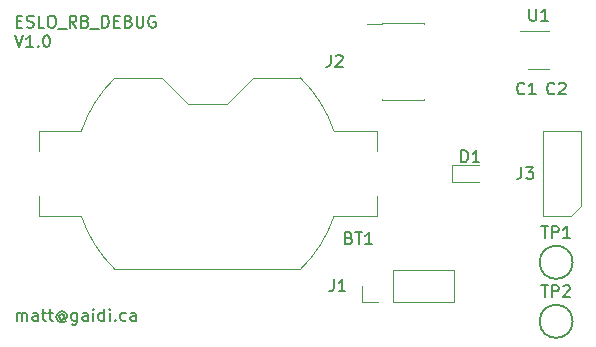
<source format=gbr>
G04 #@! TF.GenerationSoftware,KiCad,Pcbnew,(5.1.5-0-10_14)*
G04 #@! TF.CreationDate,2020-09-29T12:48:30-04:00*
G04 #@! TF.ProjectId,ESLO_RB_DEBUG,45534c4f-5f52-4425-9f44-454255472e6b,rev?*
G04 #@! TF.SameCoordinates,Original*
G04 #@! TF.FileFunction,Legend,Top*
G04 #@! TF.FilePolarity,Positive*
%FSLAX46Y46*%
G04 Gerber Fmt 4.6, Leading zero omitted, Abs format (unit mm)*
G04 Created by KiCad (PCBNEW (5.1.5-0-10_14)) date 2020-09-29 12:48:30*
%MOMM*%
%LPD*%
G04 APERTURE LIST*
%ADD10C,0.150000*%
%ADD11C,0.120000*%
G04 APERTURE END LIST*
D10*
X123835595Y-99452380D02*
X123835595Y-98785714D01*
X123835595Y-98880952D02*
X123883214Y-98833333D01*
X123978452Y-98785714D01*
X124121309Y-98785714D01*
X124216547Y-98833333D01*
X124264166Y-98928571D01*
X124264166Y-99452380D01*
X124264166Y-98928571D02*
X124311785Y-98833333D01*
X124407023Y-98785714D01*
X124549880Y-98785714D01*
X124645119Y-98833333D01*
X124692738Y-98928571D01*
X124692738Y-99452380D01*
X125597500Y-99452380D02*
X125597500Y-98928571D01*
X125549880Y-98833333D01*
X125454642Y-98785714D01*
X125264166Y-98785714D01*
X125168928Y-98833333D01*
X125597500Y-99404761D02*
X125502261Y-99452380D01*
X125264166Y-99452380D01*
X125168928Y-99404761D01*
X125121309Y-99309523D01*
X125121309Y-99214285D01*
X125168928Y-99119047D01*
X125264166Y-99071428D01*
X125502261Y-99071428D01*
X125597500Y-99023809D01*
X125930833Y-98785714D02*
X126311785Y-98785714D01*
X126073690Y-98452380D02*
X126073690Y-99309523D01*
X126121309Y-99404761D01*
X126216547Y-99452380D01*
X126311785Y-99452380D01*
X126502261Y-98785714D02*
X126883214Y-98785714D01*
X126645119Y-98452380D02*
X126645119Y-99309523D01*
X126692738Y-99404761D01*
X126787976Y-99452380D01*
X126883214Y-99452380D01*
X127835595Y-98976190D02*
X127787976Y-98928571D01*
X127692738Y-98880952D01*
X127597500Y-98880952D01*
X127502261Y-98928571D01*
X127454642Y-98976190D01*
X127407023Y-99071428D01*
X127407023Y-99166666D01*
X127454642Y-99261904D01*
X127502261Y-99309523D01*
X127597500Y-99357142D01*
X127692738Y-99357142D01*
X127787976Y-99309523D01*
X127835595Y-99261904D01*
X127835595Y-98880952D02*
X127835595Y-99261904D01*
X127883214Y-99309523D01*
X127930833Y-99309523D01*
X128026071Y-99261904D01*
X128073690Y-99166666D01*
X128073690Y-98928571D01*
X127978452Y-98785714D01*
X127835595Y-98690476D01*
X127645119Y-98642857D01*
X127454642Y-98690476D01*
X127311785Y-98785714D01*
X127216547Y-98928571D01*
X127168928Y-99119047D01*
X127216547Y-99309523D01*
X127311785Y-99452380D01*
X127454642Y-99547619D01*
X127645119Y-99595238D01*
X127835595Y-99547619D01*
X127978452Y-99452380D01*
X128930833Y-98785714D02*
X128930833Y-99595238D01*
X128883214Y-99690476D01*
X128835595Y-99738095D01*
X128740357Y-99785714D01*
X128597500Y-99785714D01*
X128502261Y-99738095D01*
X128930833Y-99404761D02*
X128835595Y-99452380D01*
X128645119Y-99452380D01*
X128549880Y-99404761D01*
X128502261Y-99357142D01*
X128454642Y-99261904D01*
X128454642Y-98976190D01*
X128502261Y-98880952D01*
X128549880Y-98833333D01*
X128645119Y-98785714D01*
X128835595Y-98785714D01*
X128930833Y-98833333D01*
X129835595Y-99452380D02*
X129835595Y-98928571D01*
X129787976Y-98833333D01*
X129692738Y-98785714D01*
X129502261Y-98785714D01*
X129407023Y-98833333D01*
X129835595Y-99404761D02*
X129740357Y-99452380D01*
X129502261Y-99452380D01*
X129407023Y-99404761D01*
X129359404Y-99309523D01*
X129359404Y-99214285D01*
X129407023Y-99119047D01*
X129502261Y-99071428D01*
X129740357Y-99071428D01*
X129835595Y-99023809D01*
X130311785Y-99452380D02*
X130311785Y-98785714D01*
X130311785Y-98452380D02*
X130264166Y-98500000D01*
X130311785Y-98547619D01*
X130359404Y-98500000D01*
X130311785Y-98452380D01*
X130311785Y-98547619D01*
X131216547Y-99452380D02*
X131216547Y-98452380D01*
X131216547Y-99404761D02*
X131121309Y-99452380D01*
X130930833Y-99452380D01*
X130835595Y-99404761D01*
X130787976Y-99357142D01*
X130740357Y-99261904D01*
X130740357Y-98976190D01*
X130787976Y-98880952D01*
X130835595Y-98833333D01*
X130930833Y-98785714D01*
X131121309Y-98785714D01*
X131216547Y-98833333D01*
X131692738Y-99452380D02*
X131692738Y-98785714D01*
X131692738Y-98452380D02*
X131645119Y-98500000D01*
X131692738Y-98547619D01*
X131740357Y-98500000D01*
X131692738Y-98452380D01*
X131692738Y-98547619D01*
X132168928Y-99357142D02*
X132216547Y-99404761D01*
X132168928Y-99452380D01*
X132121309Y-99404761D01*
X132168928Y-99357142D01*
X132168928Y-99452380D01*
X133073690Y-99404761D02*
X132978452Y-99452380D01*
X132787976Y-99452380D01*
X132692738Y-99404761D01*
X132645119Y-99357142D01*
X132597500Y-99261904D01*
X132597500Y-98976190D01*
X132645119Y-98880952D01*
X132692738Y-98833333D01*
X132787976Y-98785714D01*
X132978452Y-98785714D01*
X133073690Y-98833333D01*
X133930833Y-99452380D02*
X133930833Y-98928571D01*
X133883214Y-98833333D01*
X133787976Y-98785714D01*
X133597500Y-98785714D01*
X133502261Y-98833333D01*
X133930833Y-99404761D02*
X133835595Y-99452380D01*
X133597500Y-99452380D01*
X133502261Y-99404761D01*
X133454642Y-99309523D01*
X133454642Y-99214285D01*
X133502261Y-99119047D01*
X133597500Y-99071428D01*
X133835595Y-99071428D01*
X133930833Y-99023809D01*
X123835595Y-74103571D02*
X124168928Y-74103571D01*
X124311785Y-74627380D02*
X123835595Y-74627380D01*
X123835595Y-73627380D01*
X124311785Y-73627380D01*
X124692738Y-74579761D02*
X124835595Y-74627380D01*
X125073690Y-74627380D01*
X125168928Y-74579761D01*
X125216547Y-74532142D01*
X125264166Y-74436904D01*
X125264166Y-74341666D01*
X125216547Y-74246428D01*
X125168928Y-74198809D01*
X125073690Y-74151190D01*
X124883214Y-74103571D01*
X124787976Y-74055952D01*
X124740357Y-74008333D01*
X124692738Y-73913095D01*
X124692738Y-73817857D01*
X124740357Y-73722619D01*
X124787976Y-73675000D01*
X124883214Y-73627380D01*
X125121309Y-73627380D01*
X125264166Y-73675000D01*
X126168928Y-74627380D02*
X125692738Y-74627380D01*
X125692738Y-73627380D01*
X126692738Y-73627380D02*
X126883214Y-73627380D01*
X126978452Y-73675000D01*
X127073690Y-73770238D01*
X127121309Y-73960714D01*
X127121309Y-74294047D01*
X127073690Y-74484523D01*
X126978452Y-74579761D01*
X126883214Y-74627380D01*
X126692738Y-74627380D01*
X126597500Y-74579761D01*
X126502261Y-74484523D01*
X126454642Y-74294047D01*
X126454642Y-73960714D01*
X126502261Y-73770238D01*
X126597500Y-73675000D01*
X126692738Y-73627380D01*
X127311785Y-74722619D02*
X128073690Y-74722619D01*
X128883214Y-74627380D02*
X128549880Y-74151190D01*
X128311785Y-74627380D02*
X128311785Y-73627380D01*
X128692738Y-73627380D01*
X128787976Y-73675000D01*
X128835595Y-73722619D01*
X128883214Y-73817857D01*
X128883214Y-73960714D01*
X128835595Y-74055952D01*
X128787976Y-74103571D01*
X128692738Y-74151190D01*
X128311785Y-74151190D01*
X129645119Y-74103571D02*
X129787976Y-74151190D01*
X129835595Y-74198809D01*
X129883214Y-74294047D01*
X129883214Y-74436904D01*
X129835595Y-74532142D01*
X129787976Y-74579761D01*
X129692738Y-74627380D01*
X129311785Y-74627380D01*
X129311785Y-73627380D01*
X129645119Y-73627380D01*
X129740357Y-73675000D01*
X129787976Y-73722619D01*
X129835595Y-73817857D01*
X129835595Y-73913095D01*
X129787976Y-74008333D01*
X129740357Y-74055952D01*
X129645119Y-74103571D01*
X129311785Y-74103571D01*
X130073690Y-74722619D02*
X130835595Y-74722619D01*
X131073690Y-74627380D02*
X131073690Y-73627380D01*
X131311785Y-73627380D01*
X131454642Y-73675000D01*
X131549880Y-73770238D01*
X131597500Y-73865476D01*
X131645119Y-74055952D01*
X131645119Y-74198809D01*
X131597500Y-74389285D01*
X131549880Y-74484523D01*
X131454642Y-74579761D01*
X131311785Y-74627380D01*
X131073690Y-74627380D01*
X132073690Y-74103571D02*
X132407023Y-74103571D01*
X132549880Y-74627380D02*
X132073690Y-74627380D01*
X132073690Y-73627380D01*
X132549880Y-73627380D01*
X133311785Y-74103571D02*
X133454642Y-74151190D01*
X133502261Y-74198809D01*
X133549880Y-74294047D01*
X133549880Y-74436904D01*
X133502261Y-74532142D01*
X133454642Y-74579761D01*
X133359404Y-74627380D01*
X132978452Y-74627380D01*
X132978452Y-73627380D01*
X133311785Y-73627380D01*
X133407023Y-73675000D01*
X133454642Y-73722619D01*
X133502261Y-73817857D01*
X133502261Y-73913095D01*
X133454642Y-74008333D01*
X133407023Y-74055952D01*
X133311785Y-74103571D01*
X132978452Y-74103571D01*
X133978452Y-73627380D02*
X133978452Y-74436904D01*
X134026071Y-74532142D01*
X134073690Y-74579761D01*
X134168928Y-74627380D01*
X134359404Y-74627380D01*
X134454642Y-74579761D01*
X134502261Y-74532142D01*
X134549880Y-74436904D01*
X134549880Y-73627380D01*
X135549880Y-73675000D02*
X135454642Y-73627380D01*
X135311785Y-73627380D01*
X135168928Y-73675000D01*
X135073690Y-73770238D01*
X135026071Y-73865476D01*
X134978452Y-74055952D01*
X134978452Y-74198809D01*
X135026071Y-74389285D01*
X135073690Y-74484523D01*
X135168928Y-74579761D01*
X135311785Y-74627380D01*
X135407023Y-74627380D01*
X135549880Y-74579761D01*
X135597500Y-74532142D01*
X135597500Y-74198809D01*
X135407023Y-74198809D01*
X123692738Y-75277380D02*
X124026071Y-76277380D01*
X124359404Y-75277380D01*
X125216547Y-76277380D02*
X124645119Y-76277380D01*
X124930833Y-76277380D02*
X124930833Y-75277380D01*
X124835595Y-75420238D01*
X124740357Y-75515476D01*
X124645119Y-75563095D01*
X125645119Y-76182142D02*
X125692738Y-76229761D01*
X125645119Y-76277380D01*
X125597500Y-76229761D01*
X125645119Y-76182142D01*
X125645119Y-76277380D01*
X126311785Y-75277380D02*
X126407023Y-75277380D01*
X126502261Y-75325000D01*
X126549880Y-75372619D01*
X126597500Y-75467857D01*
X126645119Y-75658333D01*
X126645119Y-75896428D01*
X126597500Y-76086904D01*
X126549880Y-76182142D01*
X126502261Y-76229761D01*
X126407023Y-76277380D01*
X126311785Y-76277380D01*
X126216547Y-76229761D01*
X126168928Y-76182142D01*
X126121309Y-76086904D01*
X126073690Y-75896428D01*
X126073690Y-75658333D01*
X126121309Y-75467857D01*
X126168928Y-75372619D01*
X126216547Y-75325000D01*
X126311785Y-75277380D01*
X170900000Y-99500000D02*
G75*
G03X170900000Y-99500000I-1400000J0D01*
G01*
X170900000Y-94500000D02*
G75*
G03X170900000Y-94500000I-1400000J0D01*
G01*
D11*
X160727500Y-87735000D02*
X163012500Y-87735000D01*
X160727500Y-86265000D02*
X160727500Y-87735000D01*
X163012500Y-86265000D02*
X160727500Y-86265000D01*
X153090000Y-97830000D02*
X153090000Y-96500000D01*
X154420000Y-97830000D02*
X153090000Y-97830000D01*
X155690000Y-97830000D02*
X155690000Y-95170000D01*
X155690000Y-95170000D02*
X160830000Y-95170000D01*
X155690000Y-97830000D02*
X160830000Y-97830000D01*
X160830000Y-97830000D02*
X160830000Y-95170000D01*
X168900000Y-74890000D02*
X166450000Y-74890000D01*
X167100000Y-78110000D02*
X168900000Y-78110000D01*
X171600000Y-83425000D02*
X171600000Y-89775000D01*
X168400000Y-83425000D02*
X171600000Y-83425000D01*
X168400000Y-90575000D02*
X168400000Y-83425000D01*
X170800000Y-90575000D02*
X168400000Y-90575000D01*
X171600000Y-89775000D02*
X170800000Y-90575000D01*
X158315000Y-80670000D02*
X158315000Y-80735000D01*
X154785000Y-80670000D02*
X154785000Y-80735000D01*
X158315000Y-74265000D02*
X158315000Y-74330000D01*
X154785000Y-74265000D02*
X154785000Y-74330000D01*
X153460000Y-74330000D02*
X154785000Y-74330000D01*
X154785000Y-80735000D02*
X158315000Y-80735000D01*
X154785000Y-74265000D02*
X158315000Y-74265000D01*
X154310000Y-90610000D02*
X150692000Y-90610000D01*
X154310000Y-88900000D02*
X154310000Y-90610000D01*
X147847300Y-95110000D02*
X132152700Y-95110000D01*
X125690000Y-88900000D02*
X125690000Y-90610000D01*
X129308000Y-90610000D02*
X125690000Y-90610000D01*
X125690000Y-83390000D02*
X129308000Y-83390000D01*
X125690000Y-85100000D02*
X125690000Y-83390000D01*
X132152700Y-78890000D02*
X136140000Y-78890000D01*
X138340000Y-81090000D02*
X136140000Y-78890000D01*
X138340000Y-81090000D02*
X141660000Y-81090000D01*
X141660000Y-81090000D02*
X143860000Y-78890000D01*
X143860000Y-78890000D02*
X147847300Y-78890000D01*
X150692000Y-83390000D02*
X154310000Y-83390000D01*
X154310000Y-85100000D02*
X154310000Y-83390000D01*
X147845370Y-95111789D02*
G75*
G03X150692000Y-90610000I-7845370J8111789D01*
G01*
X132154630Y-78888211D02*
G75*
G03X129308000Y-83390000I7845370J-8111789D01*
G01*
X132154630Y-95111789D02*
G75*
G02X129308000Y-90610000I7845370J8111789D01*
G01*
X147845370Y-78888211D02*
G75*
G02X150692000Y-83390000I-7845370J-8111789D01*
G01*
D10*
X168238095Y-96452380D02*
X168809523Y-96452380D01*
X168523809Y-97452380D02*
X168523809Y-96452380D01*
X169142857Y-97452380D02*
X169142857Y-96452380D01*
X169523809Y-96452380D01*
X169619047Y-96500000D01*
X169666666Y-96547619D01*
X169714285Y-96642857D01*
X169714285Y-96785714D01*
X169666666Y-96880952D01*
X169619047Y-96928571D01*
X169523809Y-96976190D01*
X169142857Y-96976190D01*
X170095238Y-96547619D02*
X170142857Y-96500000D01*
X170238095Y-96452380D01*
X170476190Y-96452380D01*
X170571428Y-96500000D01*
X170619047Y-96547619D01*
X170666666Y-96642857D01*
X170666666Y-96738095D01*
X170619047Y-96880952D01*
X170047619Y-97452380D01*
X170666666Y-97452380D01*
X168238095Y-91452380D02*
X168809523Y-91452380D01*
X168523809Y-92452380D02*
X168523809Y-91452380D01*
X169142857Y-92452380D02*
X169142857Y-91452380D01*
X169523809Y-91452380D01*
X169619047Y-91500000D01*
X169666666Y-91547619D01*
X169714285Y-91642857D01*
X169714285Y-91785714D01*
X169666666Y-91880952D01*
X169619047Y-91928571D01*
X169523809Y-91976190D01*
X169142857Y-91976190D01*
X170666666Y-92452380D02*
X170095238Y-92452380D01*
X170380952Y-92452380D02*
X170380952Y-91452380D01*
X170285714Y-91595238D01*
X170190476Y-91690476D01*
X170095238Y-91738095D01*
X161474404Y-86022380D02*
X161474404Y-85022380D01*
X161712500Y-85022380D01*
X161855357Y-85070000D01*
X161950595Y-85165238D01*
X161998214Y-85260476D01*
X162045833Y-85450952D01*
X162045833Y-85593809D01*
X161998214Y-85784285D01*
X161950595Y-85879523D01*
X161855357Y-85974761D01*
X161712500Y-86022380D01*
X161474404Y-86022380D01*
X162998214Y-86022380D02*
X162426785Y-86022380D01*
X162712500Y-86022380D02*
X162712500Y-85022380D01*
X162617261Y-85165238D01*
X162522023Y-85260476D01*
X162426785Y-85308095D01*
X150666666Y-95952380D02*
X150666666Y-96666666D01*
X150619047Y-96809523D01*
X150523809Y-96904761D01*
X150380952Y-96952380D01*
X150285714Y-96952380D01*
X151666666Y-96952380D02*
X151095238Y-96952380D01*
X151380952Y-96952380D02*
X151380952Y-95952380D01*
X151285714Y-96095238D01*
X151190476Y-96190476D01*
X151095238Y-96238095D01*
X167238095Y-73052380D02*
X167238095Y-73861904D01*
X167285714Y-73957142D01*
X167333333Y-74004761D01*
X167428571Y-74052380D01*
X167619047Y-74052380D01*
X167714285Y-74004761D01*
X167761904Y-73957142D01*
X167809523Y-73861904D01*
X167809523Y-73052380D01*
X168809523Y-74052380D02*
X168238095Y-74052380D01*
X168523809Y-74052380D02*
X168523809Y-73052380D01*
X168428571Y-73195238D01*
X168333333Y-73290476D01*
X168238095Y-73338095D01*
X166566666Y-86452380D02*
X166566666Y-87166666D01*
X166519047Y-87309523D01*
X166423809Y-87404761D01*
X166280952Y-87452380D01*
X166185714Y-87452380D01*
X166947619Y-86452380D02*
X167566666Y-86452380D01*
X167233333Y-86833333D01*
X167376190Y-86833333D01*
X167471428Y-86880952D01*
X167519047Y-86928571D01*
X167566666Y-87023809D01*
X167566666Y-87261904D01*
X167519047Y-87357142D01*
X167471428Y-87404761D01*
X167376190Y-87452380D01*
X167090476Y-87452380D01*
X166995238Y-87404761D01*
X166947619Y-87357142D01*
X150416666Y-76952380D02*
X150416666Y-77666666D01*
X150369047Y-77809523D01*
X150273809Y-77904761D01*
X150130952Y-77952380D01*
X150035714Y-77952380D01*
X150845238Y-77047619D02*
X150892857Y-77000000D01*
X150988095Y-76952380D01*
X151226190Y-76952380D01*
X151321428Y-77000000D01*
X151369047Y-77047619D01*
X151416666Y-77142857D01*
X151416666Y-77238095D01*
X151369047Y-77380952D01*
X150797619Y-77952380D01*
X151416666Y-77952380D01*
X169348333Y-80187142D02*
X169300714Y-80234761D01*
X169157857Y-80282380D01*
X169062619Y-80282380D01*
X168919761Y-80234761D01*
X168824523Y-80139523D01*
X168776904Y-80044285D01*
X168729285Y-79853809D01*
X168729285Y-79710952D01*
X168776904Y-79520476D01*
X168824523Y-79425238D01*
X168919761Y-79330000D01*
X169062619Y-79282380D01*
X169157857Y-79282380D01*
X169300714Y-79330000D01*
X169348333Y-79377619D01*
X169729285Y-79377619D02*
X169776904Y-79330000D01*
X169872142Y-79282380D01*
X170110238Y-79282380D01*
X170205476Y-79330000D01*
X170253095Y-79377619D01*
X170300714Y-79472857D01*
X170300714Y-79568095D01*
X170253095Y-79710952D01*
X169681666Y-80282380D01*
X170300714Y-80282380D01*
X166818333Y-80187142D02*
X166770714Y-80234761D01*
X166627857Y-80282380D01*
X166532619Y-80282380D01*
X166389761Y-80234761D01*
X166294523Y-80139523D01*
X166246904Y-80044285D01*
X166199285Y-79853809D01*
X166199285Y-79710952D01*
X166246904Y-79520476D01*
X166294523Y-79425238D01*
X166389761Y-79330000D01*
X166532619Y-79282380D01*
X166627857Y-79282380D01*
X166770714Y-79330000D01*
X166818333Y-79377619D01*
X167770714Y-80282380D02*
X167199285Y-80282380D01*
X167485000Y-80282380D02*
X167485000Y-79282380D01*
X167389761Y-79425238D01*
X167294523Y-79520476D01*
X167199285Y-79568095D01*
X151964285Y-92428571D02*
X152107142Y-92476190D01*
X152154761Y-92523809D01*
X152202380Y-92619047D01*
X152202380Y-92761904D01*
X152154761Y-92857142D01*
X152107142Y-92904761D01*
X152011904Y-92952380D01*
X151630952Y-92952380D01*
X151630952Y-91952380D01*
X151964285Y-91952380D01*
X152059523Y-92000000D01*
X152107142Y-92047619D01*
X152154761Y-92142857D01*
X152154761Y-92238095D01*
X152107142Y-92333333D01*
X152059523Y-92380952D01*
X151964285Y-92428571D01*
X151630952Y-92428571D01*
X152488095Y-91952380D02*
X153059523Y-91952380D01*
X152773809Y-92952380D02*
X152773809Y-91952380D01*
X153916666Y-92952380D02*
X153345238Y-92952380D01*
X153630952Y-92952380D02*
X153630952Y-91952380D01*
X153535714Y-92095238D01*
X153440476Y-92190476D01*
X153345238Y-92238095D01*
M02*

</source>
